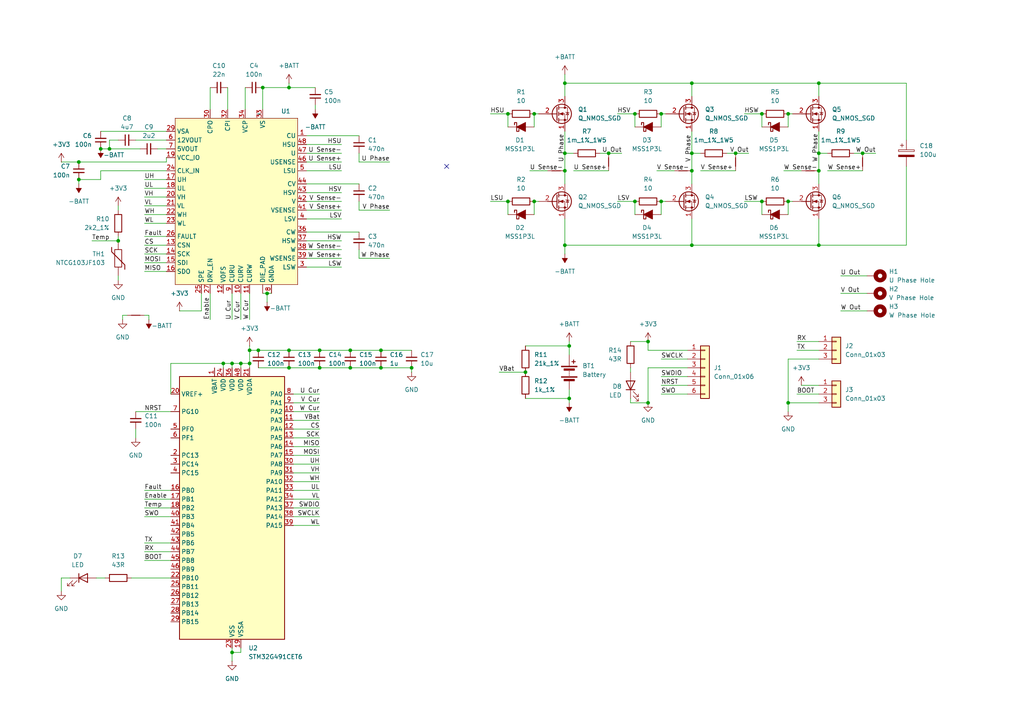
<source format=kicad_sch>
(kicad_sch (version 20231120) (generator "eeschema") (generator_version "8.0")
  (paper "A4")
  (junction (at 110.49 106.68))
  (junction (at 74.93 101.6))
  (junction (at 64.77 105.41))
  (junction (at 228.6 33.02))
  (junction (at 92.71 106.68))
  (junction (at 213.36 44.45))
  (junction (at 67.31 105.41))
  (junction (at 22.86 46.99))
  (junction (at 176.53 44.45))
  (junction (at 184.15 58.42))
  (junction (at 187.96 99.06))
  (junction (at 77.47 85.09))
  (junction (at 191.77 58.42))
  (junction (at 101.6 106.68))
  (junction (at 147.32 58.42))
  (junction (at 184.15 33.02))
  (junction (at 110.49 101.6))
  (junction (at 163.83 44.45))
  (junction (at 147.32 33.02))
  (junction (at 34.29 69.85))
  (junction (at 92.71 101.6))
  (junction (at 228.6 116.84))
  (junction (at 220.98 58.42))
  (junction (at 165.1 115.57))
  (junction (at 31.75 43.18))
  (junction (at 72.39 105.41))
  (junction (at 67.31 189.23))
  (junction (at 237.49 49.53))
  (junction (at 163.83 71.12))
  (junction (at 154.94 58.42))
  (junction (at 200.66 49.53))
  (junction (at 200.66 24.13))
  (junction (at 237.49 71.12))
  (junction (at 250.19 44.45))
  (junction (at 22.86 52.07))
  (junction (at 69.85 105.41))
  (junction (at 165.1 100.33))
  (junction (at 119.38 106.68))
  (junction (at 83.82 106.68))
  (junction (at 83.82 25.4))
  (junction (at 101.6 101.6))
  (junction (at 163.83 49.53))
  (junction (at 237.49 44.45))
  (junction (at 29.21 43.18))
  (junction (at 83.82 101.6))
  (junction (at 152.4 107.95))
  (junction (at 72.39 101.6))
  (junction (at 200.66 71.12))
  (junction (at 228.6 58.42))
  (junction (at 76.2 25.4))
  (junction (at 163.83 24.13))
  (junction (at 187.96 116.84))
  (junction (at 154.94 33.02))
  (junction (at 220.98 33.02))
  (junction (at 237.49 24.13))
  (junction (at 191.77 33.02))
  (junction (at 200.66 44.45))
  (no_connect (at 129.54 48.26))
  (wire (pts (xy 182.88 116.84) (xy 182.88 115.57)))
  (wire (pts (xy 76.2 25.4) (xy 83.82 25.4)))
  (wire (pts (xy 85.09 144.78) (xy 92.71 144.78)))
  (wire (pts (xy 77.47 85.09) (xy 77.47 87.63)))
  (wire (pts (xy 41.91 149.86) (xy 49.53 149.86)))
  (wire (pts (xy 31.75 43.18) (xy 40.64 43.18)))
  (wire (pts (xy 85.09 127) (xy 92.71 127)))
  (wire (pts (xy 83.82 106.68) (xy 92.71 106.68)))
  (wire (pts (xy 88.9 67.31) (xy 104.14 67.31)))
  (wire (pts (xy 69.85 85.09) (xy 69.85 92.71)))
  (wire (pts (xy 41.91 68.58) (xy 48.26 68.58)))
  (wire (pts (xy 72.39 101.6) (xy 72.39 100.33)))
  (wire (pts (xy 165.1 113.03) (xy 165.1 115.57)))
  (wire (pts (xy 83.82 24.13) (xy 83.82 25.4)))
  (wire (pts (xy 240.03 49.53) (xy 250.19 49.53)))
  (wire (pts (xy 85.09 129.54) (xy 92.71 129.54)))
  (wire (pts (xy 237.49 44.45) (xy 240.03 44.45)))
  (wire (pts (xy 34.29 80.01) (xy 34.29 81.28)))
  (wire (pts (xy 29.21 38.1) (xy 48.26 38.1)))
  (wire (pts (xy 41.91 157.48) (xy 49.53 157.48)))
  (wire (pts (xy 85.09 139.7) (xy 92.71 139.7)))
  (wire (pts (xy 163.83 38.1) (xy 163.83 44.45)))
  (wire (pts (xy 22.86 46.99) (xy 48.26 46.99)))
  (wire (pts (xy 85.09 119.38) (xy 92.71 119.38)))
  (wire (pts (xy 165.1 115.57) (xy 165.1 116.84)))
  (wire (pts (xy 182.88 116.84) (xy 187.96 116.84)))
  (wire (pts (xy 163.83 21.59) (xy 163.83 24.13)))
  (wire (pts (xy 220.98 58.42) (xy 220.98 62.23)))
  (wire (pts (xy 69.85 187.96) (xy 69.85 189.23)))
  (wire (pts (xy 104.14 46.99) (xy 104.14 44.45)))
  (wire (pts (xy 67.31 189.23) (xy 67.31 191.77)))
  (wire (pts (xy 163.83 71.12) (xy 200.66 71.12)))
  (wire (pts (xy 49.53 105.41) (xy 64.77 105.41)))
  (wire (pts (xy 64.77 105.41) (xy 64.77 106.68)))
  (wire (pts (xy 191.77 114.3) (xy 199.39 114.3)))
  (wire (pts (xy 72.39 105.41) (xy 69.85 105.41)))
  (wire (pts (xy 228.6 58.42) (xy 229.87 58.42)))
  (wire (pts (xy 17.78 167.64) (xy 20.32 167.64)))
  (wire (pts (xy 237.49 44.45) (xy 237.49 49.53)))
  (wire (pts (xy 228.6 104.14) (xy 237.49 104.14)))
  (wire (pts (xy 200.66 24.13) (xy 200.66 27.94)))
  (wire (pts (xy 237.49 49.53) (xy 237.49 53.34)))
  (wire (pts (xy 200.66 71.12) (xy 237.49 71.12)))
  (wire (pts (xy 262.89 48.26) (xy 262.89 71.12)))
  (wire (pts (xy 173.99 44.45) (xy 176.53 44.45)))
  (wire (pts (xy 41.91 91.44) (xy 43.18 91.44)))
  (wire (pts (xy 191.77 33.02) (xy 191.77 36.83)))
  (wire (pts (xy 179.07 58.42) (xy 184.15 58.42)))
  (wire (pts (xy 200.66 44.45) (xy 200.66 49.53)))
  (wire (pts (xy 85.09 124.46) (xy 92.71 124.46)))
  (wire (pts (xy 58.42 90.17) (xy 52.07 90.17)))
  (wire (pts (xy 228.6 33.02) (xy 228.6 36.83)))
  (wire (pts (xy 91.44 30.48) (xy 91.44 31.75)))
  (wire (pts (xy 88.9 53.34) (xy 104.14 53.34)))
  (wire (pts (xy 200.66 44.45) (xy 203.2 44.45)))
  (wire (pts (xy 184.15 33.02) (xy 184.15 36.83)))
  (wire (pts (xy 41.91 78.74) (xy 48.26 78.74)))
  (wire (pts (xy 76.2 85.09) (xy 77.47 85.09)))
  (wire (pts (xy 200.66 24.13) (xy 237.49 24.13)))
  (wire (pts (xy 43.18 91.44) (xy 43.18 92.71)))
  (wire (pts (xy 74.93 101.6) (xy 83.82 101.6)))
  (wire (pts (xy 60.96 25.4) (xy 60.96 31.75)))
  (wire (pts (xy 41.91 54.61) (xy 48.26 54.61)))
  (wire (pts (xy 92.71 101.6) (xy 101.6 101.6)))
  (wire (pts (xy 60.96 85.09) (xy 60.96 92.71)))
  (wire (pts (xy 250.19 44.45) (xy 247.65 44.45)))
  (wire (pts (xy 200.66 49.53) (xy 200.66 53.34)))
  (wire (pts (xy 17.78 171.45) (xy 17.78 167.64)))
  (wire (pts (xy 88.9 77.47) (xy 99.06 77.47)))
  (wire (pts (xy 203.2 49.53) (xy 213.36 49.53)))
  (wire (pts (xy 190.5 49.53) (xy 195.58 49.53)))
  (wire (pts (xy 187.96 99.06) (xy 187.96 101.6)))
  (wire (pts (xy 22.86 53.34) (xy 22.86 52.07)))
  (wire (pts (xy 243.84 85.09) (xy 251.46 85.09)))
  (wire (pts (xy 228.6 116.84) (xy 228.6 104.14)))
  (wire (pts (xy 92.71 106.68) (xy 101.6 106.68)))
  (wire (pts (xy 29.21 43.18) (xy 31.75 43.18)))
  (wire (pts (xy 113.03 46.99) (xy 104.14 46.99)))
  (wire (pts (xy 34.29 69.85) (xy 34.29 68.58)))
  (wire (pts (xy 67.31 105.41) (xy 67.31 106.68)))
  (wire (pts (xy 41.91 52.07) (xy 48.26 52.07)))
  (wire (pts (xy 41.91 71.12) (xy 48.26 71.12)))
  (wire (pts (xy 163.83 71.12) (xy 163.83 73.66)))
  (wire (pts (xy 74.93 106.68) (xy 83.82 106.68)))
  (wire (pts (xy 41.91 142.24) (xy 49.53 142.24)))
  (wire (pts (xy 41.91 59.69) (xy 48.26 59.69)))
  (wire (pts (xy 147.32 58.42) (xy 147.32 62.23)))
  (wire (pts (xy 237.49 71.12) (xy 237.49 63.5)))
  (wire (pts (xy 262.89 40.64) (xy 262.89 24.13)))
  (wire (pts (xy 262.89 71.12) (xy 237.49 71.12)))
  (wire (pts (xy 71.12 25.4) (xy 71.12 31.75)))
  (wire (pts (xy 85.09 114.3) (xy 92.71 114.3)))
  (wire (pts (xy 67.31 85.09) (xy 67.31 92.71)))
  (wire (pts (xy 104.14 58.42) (xy 104.14 60.96)))
  (wire (pts (xy 72.39 105.41) (xy 72.39 106.68)))
  (wire (pts (xy 41.91 76.2) (xy 48.26 76.2)))
  (wire (pts (xy 88.9 49.53) (xy 99.06 49.53)))
  (wire (pts (xy 153.67 49.53) (xy 158.75 49.53)))
  (wire (pts (xy 41.91 62.23) (xy 48.26 62.23)))
  (wire (pts (xy 39.37 124.46) (xy 39.37 127)))
  (wire (pts (xy 215.9 33.02) (xy 220.98 33.02)))
  (wire (pts (xy 39.37 40.64) (xy 48.26 40.64)))
  (wire (pts (xy 165.1 100.33) (xy 165.1 102.87)))
  (wire (pts (xy 85.09 147.32) (xy 92.71 147.32)))
  (wire (pts (xy 243.84 90.17) (xy 251.46 90.17)))
  (wire (pts (xy 88.9 69.85) (xy 99.06 69.85)))
  (wire (pts (xy 104.14 74.93) (xy 113.03 74.93)))
  (wire (pts (xy 88.9 46.99) (xy 99.06 46.99)))
  (wire (pts (xy 187.96 106.68) (xy 199.39 106.68)))
  (wire (pts (xy 104.14 72.39) (xy 104.14 74.93)))
  (wire (pts (xy 182.88 99.06) (xy 187.96 99.06)))
  (wire (pts (xy 110.49 101.6) (xy 119.38 101.6)))
  (wire (pts (xy 144.78 107.95) (xy 152.4 107.95)))
  (wire (pts (xy 26.67 69.85) (xy 34.29 69.85)))
  (wire (pts (xy 38.1 167.64) (xy 49.53 167.64)))
  (wire (pts (xy 41.91 160.02) (xy 49.53 160.02)))
  (wire (pts (xy 88.9 74.93) (xy 99.06 74.93)))
  (wire (pts (xy 110.49 106.68) (xy 119.38 106.68)))
  (wire (pts (xy 262.89 24.13) (xy 237.49 24.13)))
  (wire (pts (xy 72.39 85.09) (xy 72.39 92.71)))
  (wire (pts (xy 231.14 114.3) (xy 237.49 114.3)))
  (wire (pts (xy 215.9 58.42) (xy 220.98 58.42)))
  (wire (pts (xy 88.9 58.42) (xy 99.06 58.42)))
  (wire (pts (xy 227.33 49.53) (xy 232.41 49.53)))
  (wire (pts (xy 72.39 101.6) (xy 72.39 105.41)))
  (wire (pts (xy 231.14 101.6) (xy 237.49 101.6)))
  (wire (pts (xy 165.1 99.06) (xy 165.1 100.33)))
  (wire (pts (xy 66.04 25.4) (xy 66.04 31.75)))
  (wire (pts (xy 85.09 149.86) (xy 92.71 149.86)))
  (wire (pts (xy 228.6 58.42) (xy 228.6 62.23)))
  (wire (pts (xy 191.77 104.14) (xy 199.39 104.14)))
  (wire (pts (xy 101.6 101.6) (xy 110.49 101.6)))
  (wire (pts (xy 152.4 115.57) (xy 165.1 115.57)))
  (wire (pts (xy 163.83 27.94) (xy 163.83 24.13)))
  (wire (pts (xy 72.39 101.6) (xy 74.93 101.6)))
  (wire (pts (xy 85.09 132.08) (xy 92.71 132.08)))
  (wire (pts (xy 191.77 109.22) (xy 199.39 109.22)))
  (wire (pts (xy 39.37 119.38) (xy 49.53 119.38)))
  (wire (pts (xy 163.83 24.13) (xy 200.66 24.13)))
  (wire (pts (xy 41.91 57.15) (xy 48.26 57.15)))
  (wire (pts (xy 220.98 33.02) (xy 220.98 36.83)))
  (wire (pts (xy 48.26 49.53) (xy 29.21 49.53)))
  (wire (pts (xy 67.31 187.96) (xy 67.31 189.23)))
  (wire (pts (xy 29.21 52.07) (xy 22.86 52.07)))
  (wire (pts (xy 152.4 100.33) (xy 165.1 100.33)))
  (wire (pts (xy 243.84 80.01) (xy 251.46 80.01)))
  (wire (pts (xy 49.53 114.3) (xy 49.53 105.41)))
  (wire (pts (xy 104.14 60.96) (xy 113.03 60.96)))
  (wire (pts (xy 17.78 46.99) (xy 22.86 46.99)))
  (wire (pts (xy 67.31 105.41) (xy 64.77 105.41)))
  (wire (pts (xy 29.21 49.53) (xy 29.21 52.07)))
  (wire (pts (xy 85.09 152.4) (xy 92.71 152.4)))
  (wire (pts (xy 48.26 46.99) (xy 48.26 45.72)))
  (wire (pts (xy 41.91 147.32) (xy 49.53 147.32)))
  (wire (pts (xy 187.96 116.84) (xy 187.96 106.68)))
  (wire (pts (xy 83.82 101.6) (xy 92.71 101.6)))
  (wire (pts (xy 85.09 121.92) (xy 92.71 121.92)))
  (wire (pts (xy 85.09 116.84) (xy 92.71 116.84)))
  (wire (pts (xy 200.66 63.5) (xy 200.66 71.12)))
  (wire (pts (xy 237.49 24.13) (xy 237.49 27.94)))
  (wire (pts (xy 154.94 58.42) (xy 156.21 58.42)))
  (wire (pts (xy 41.91 64.77) (xy 48.26 64.77)))
  (wire (pts (xy 77.47 85.09) (xy 78.74 85.09)))
  (wire (pts (xy 231.14 99.06) (xy 237.49 99.06)))
  (wire (pts (xy 154.94 33.02) (xy 156.21 33.02)))
  (wire (pts (xy 163.83 63.5) (xy 163.83 71.12)))
  (wire (pts (xy 85.09 134.62) (xy 92.71 134.62)))
  (wire (pts (xy 154.94 33.02) (xy 154.94 36.83)))
  (wire (pts (xy 191.77 58.42) (xy 191.77 62.23)))
  (wire (pts (xy 213.36 44.45) (xy 217.17 44.45)))
  (wire (pts (xy 228.6 33.02) (xy 229.87 33.02)))
  (wire (pts (xy 85.09 142.24) (xy 92.71 142.24)))
  (wire (pts (xy 147.32 33.02) (xy 147.32 36.83)))
  (wire (pts (xy 154.94 58.42) (xy 154.94 62.23)))
  (wire (pts (xy 88.9 55.88) (xy 99.06 55.88)))
  (wire (pts (xy 41.91 144.78) (xy 49.53 144.78)))
  (wire (pts (xy 88.9 39.37) (xy 104.14 39.37)))
  (wire (pts (xy 187.96 101.6) (xy 199.39 101.6)))
  (wire (pts (xy 76.2 25.4) (xy 76.2 31.75)))
  (wire (pts (xy 237.49 38.1) (xy 237.49 44.45)))
  (wire (pts (xy 191.77 111.76) (xy 199.39 111.76)))
  (wire (pts (xy 228.6 116.84) (xy 237.49 116.84)))
  (wire (pts (xy 232.41 111.76) (xy 237.49 111.76)))
  (wire (pts (xy 166.37 49.53) (xy 176.53 49.53)))
  (wire (pts (xy 228.6 119.38) (xy 228.6 116.84)))
  (wire (pts (xy 58.42 85.09) (xy 58.42 90.17)))
  (wire (pts (xy 88.9 44.45) (xy 99.06 44.45)))
  (wire (pts (xy 101.6 106.68) (xy 110.49 106.68)))
  (wire (pts (xy 85.09 137.16) (xy 92.71 137.16)))
  (wire (pts (xy 176.53 44.45) (xy 180.34 44.45)))
  (wire (pts (xy 163.83 44.45) (xy 166.37 44.45)))
  (wire (pts (xy 27.94 167.64) (xy 30.48 167.64)))
  (wire (pts (xy 69.85 189.23) (xy 67.31 189.23)))
  (wire (pts (xy 34.29 40.64) (xy 31.75 40.64)))
  (wire (pts (xy 179.07 33.02) (xy 184.15 33.02)))
  (wire (pts (xy 41.91 73.66) (xy 48.26 73.66)))
  (wire (pts (xy 35.56 91.44) (xy 36.83 91.44)))
  (wire (pts (xy 191.77 33.02) (xy 193.04 33.02)))
  (wire (pts (xy 69.85 105.41) (xy 67.31 105.41)))
  (wire (pts (xy 88.9 72.39) (xy 99.06 72.39)))
  (wire (pts (xy 41.91 162.56) (xy 49.53 162.56)))
  (wire (pts (xy 88.9 60.96) (xy 99.06 60.96)))
  (wire (pts (xy 35.56 92.71) (xy 35.56 91.44)))
  (wire (pts (xy 31.75 40.64) (xy 31.75 43.18)))
  (wire (pts (xy 184.15 58.42) (xy 184.15 62.23)))
  (wire (pts (xy 88.9 63.5) (xy 99.06 63.5)))
  (wire (pts (xy 119.38 107.95) (xy 119.38 106.68)))
  (wire (pts (xy 88.9 41.91) (xy 99.06 41.91)))
  (wire (pts (xy 163.83 44.45) (xy 163.83 49.53)))
  (wire (pts (xy 45.72 43.18) (xy 48.26 43.18)))
  (wire (pts (xy 142.24 33.02) (xy 147.32 33.02)))
  (wire (pts (xy 142.24 58.42) (xy 147.32 58.42)))
  (wire (pts (xy 34.29 59.69) (xy 34.29 60.96)))
  (wire (pts (xy 250.19 44.45) (xy 254 44.45)))
  (wire (pts (xy 163.83 49.53) (xy 163.83 53.34)))
  (wire (pts (xy 182.88 106.68) (xy 182.88 107.95)))
  (wire (pts (xy 210.82 44.45) (xy 213.36 44.45)))
  (wire (pts (xy 69.85 105.41) (xy 69.85 106.68)))
  (wire (pts (xy 200.66 38.1) (xy 200.66 44.45)))
  (wire (pts (xy 83.82 25.4) (xy 91.44 25.4)))
  (wire (pts (xy 191.77 58.42) (xy 193.04 58.42)))
  (label "TX" (at 231.14 101.6 0))
  (label "TX" (at 41.91 157.48 0))
  (label "Fault" (at 41.91 142.24 0))
  (label "VBat" (at 144.78 107.95 0))
  (label "LSV" (at 99.06 63.5 180))
  (label "Enable" (at 60.96 92.71 90))
  (label "V Sense+" (at 99.06 60.96 180))
  (label "U Out" (at 243.84 80.01 0))
  (label "VH" (at 92.71 137.16 180))
  (label "HSU" (at 142.24 33.02 0))
  (label "V Sense-" (at 190.5 49.53 0))
  (label "SWDIO" (at 92.71 147.32 180))
  (label "V Sense+" (at 203.2 49.53 0))
  (label "SWO" (at 41.91 149.86 0))
  (label "HSW" (at 99.06 69.85 180))
  (label "UL" (at 41.91 54.61 0))
  (label "CS" (at 41.91 71.12 0))
  (label "U Sense-" (at 99.06 44.45 180))
  (label "Temp" (at 41.91 147.32 0))
  (label "RX" (at 231.14 99.06 0))
  (label "LSU" (at 142.24 58.42 0))
  (label "V Out" (at 217.17 44.45 180))
  (label "SWO" (at 191.77 114.3 0))
  (label "UH" (at 92.71 134.62 180))
  (label "WH" (at 41.91 62.23 0))
  (label "HSW" (at 215.9 33.02 0))
  (label "WL" (at 92.71 152.4 180))
  (label "VL" (at 41.91 59.69 0))
  (label "HSV" (at 99.06 55.88 180))
  (label "U Phase" (at 113.03 46.99 180))
  (label "LSW" (at 99.06 77.47 180))
  (label "SWCLK" (at 92.71 149.86 180))
  (label "V Phase" (at 200.66 46.99 90))
  (label "VBat" (at 92.71 121.92 180))
  (label "W Out" (at 254 44.45 180))
  (label "Enable" (at 41.91 144.78 0))
  (label "WL" (at 41.91 64.77 0))
  (label "V Out" (at 243.84 85.09 0))
  (label "UL" (at 92.71 142.24 180))
  (label "Temp" (at 26.67 69.85 0))
  (label "W Phase" (at 237.49 46.99 90))
  (label "BOOT" (at 231.14 114.3 0))
  (label "W Sense+" (at 240.03 49.53 0))
  (label "W Out" (at 243.84 90.17 0))
  (label "UH" (at 41.91 52.07 0))
  (label "RX" (at 41.91 160.02 0))
  (label "W Sense-" (at 99.06 72.39 180))
  (label "U Sense-" (at 153.67 49.53 0))
  (label "LSU" (at 99.06 49.53 180))
  (label "U Out" (at 180.34 44.45 180))
  (label "NRST" (at 41.91 119.38 0))
  (label "WH" (at 92.71 139.7 180))
  (label "LSV" (at 179.07 58.42 0))
  (label "SCK" (at 92.71 127 180))
  (label "MISO" (at 92.71 129.54 180))
  (label "VH" (at 41.91 57.15 0))
  (label "SWDIO" (at 191.77 109.22 0))
  (label "V Cur" (at 69.85 92.71 90))
  (label "W Sense+" (at 99.06 74.93 180))
  (label "U Phase" (at 163.83 46.99 90))
  (label "U Sense+" (at 99.06 46.99 180))
  (label "U Cur" (at 92.71 114.3 180))
  (label "SCK" (at 41.91 73.66 0))
  (label "HSV" (at 179.07 33.02 0))
  (label "BOOT" (at 41.91 162.56 0))
  (label "V Cur" (at 92.71 116.84 180))
  (label "NRST" (at 191.77 111.76 0))
  (label "SWCLK" (at 191.77 104.14 0))
  (label "VL" (at 92.71 144.78 180))
  (label "W Cur" (at 72.39 92.71 90))
  (label "Fault" (at 41.91 68.58 0))
  (label "U Sense+" (at 166.37 49.53 0))
  (label "V Phase" (at 113.03 60.96 180))
  (label "LSW" (at 215.9 58.42 0))
  (label "MISO" (at 41.91 78.74 0))
  (label "W Cur" (at 92.71 119.38 180))
  (label "MOSI" (at 92.71 132.08 180))
  (label "W Phase" (at 113.03 74.93 180))
  (label "CS" (at 92.71 124.46 180))
  (label "MOSI" (at 41.91 76.2 0))
  (label "V Sense-" (at 99.06 58.42 180))
  (label "U Cur" (at 67.31 92.71 90))
  (label "W Sense-" (at 227.33 49.53 0))
  (label "HSU" (at 99.06 41.91 180))
  (symbol (lib_id "power:+BATT") (at 83.82 24.13 0) (unit 1)
    (property "Reference" "#PWR3" (effects (hide yes)))
    (property "Value" "+BATT" (at 83.82 19.05 0))
    (property "Description" "Power symbol creates a global label with name \"+BATT\"" (effects (hide yes)))
  )
  (symbol (lib_id "power:+3V3") (at 52.07 90.17 0) (unit 1)
    (property "Reference" "#PWR8" (effects (hide yes)))
    (property "Value" "+3V3" (at 52.07 85.09 0))
    (property "Description" "Power symbol creates a global label with name \"+3V3\"" (effects (hide yes)))
  )
  (symbol (lib_id "Device:C_Polarized") (at 262.89 44.45 0) (unit 1)
    (property "Reference" "C18" (at 266.7 42.2909 0) (effects (justify left)))
    (property "Value" "100u" (at 266.7 44.8309 0) (effects (justify left)))
    (property "Footprint" "Capacitor_SMD:CP_Elec_10x10" (effects (hide yes)))
    (property "Description" "Polarized capacitor" (effects (hide yes)))
  )
  (symbol (lib_id "Device:C_Small") (at 83.82 104.14 0) (unit 1)
    (property "Reference" "C13" (at 86.36 102.8762 0) (effects (justify left)))
    (property "Value" "100n" (at 86.36 105.4162 0) (effects (justify left)))
    (property "Footprint" "Capacitor_SMD:C_0402_1005Metric_Pad0.74x0.62mm_HandSolder" (effects (hide yes)))
    (property "Description" "Unpolarized capacitor, small symbol" (effects (hide yes)))
  )
  (symbol (lib_id "Device:R") (at 152.4 104.14 0) (unit 1)
    (property "Reference" "R11" (at 154.94 102.8699 0) (effects (justify left)))
    (property "Value" "21k_1%" (at 154.94 105.4099 0) (effects (justify left)))
    (property "Footprint" "Resistor_SMD:R_0402_1005Metric_Pad0.72x0.64mm_HandSolder" (effects (hide yes)))
    (property "Description" "Resistor" (effects (hide yes)))
  )
  (symbol (lib_id "power:GND") (at 17.78 171.45 0) (unit 1)
    (property "Reference" "#PWR24" (effects (hide yes)))
    (property "Value" "GND" (at 17.78 176.53 0))
    (property "Description" "Power symbol creates a global label with name \"GND\" , ground" (effects (hide yes)))
  )
  (symbol (lib_id "Device:R") (at 187.96 58.42 90) (unit 1)
    (property "Reference" "R4" (at 187.96 52.07 90))
    (property "Value" "10" (at 187.96 54.61 90))
    (property "Footprint" "Resistor_SMD:R_0402_1005Metric_Pad0.72x0.64mm_HandSolder" (effects (hide yes)))
    (property "Description" "Resistor" (effects (hide yes)))
  )
  (symbol (lib_id "Device:C_Small") (at 29.21 40.64 180) (unit 1)
    (property "Reference" "C6" (at 26.67 39.3635 0) (effects (justify left)))
    (property "Value" "100n" (at 26.67 41.9035 0) (effects (justify left)))
    (property "Footprint" "Capacitor_SMD:C_0805_2012Metric_Pad1.18x1.45mm_HandSolder" (effects (hide yes)))
    (property "Description" "Unpolarized capacitor, small symbol" (effects (hide yes)))
  )
  (symbol (lib_id "power:+3V3") (at 17.78 46.99 0) (unit 1)
    (property "Reference" "#PWR7" (effects (hide yes)))
    (property "Value" "+3V3" (at 17.78 41.91 0))
    (property "Description" "Power symbol creates a global label with name \"+3V3\"" (effects (hide yes)))
  )
  (symbol (lib_id "Device:NetTie_2") (at 198.12 49.53 180) (unit 1) (in_bom no)
    (property "Reference" "NT3" (effects (hide yes)))
    (property "Value" "NetTie_2" (effects (hide yes)))
    (property "Footprint" "NetTie:NetTie-2_SMD_Pad0.5mm" (effects (hide yes)))
    (property "Description" "Net tie, 2 pins" (effects (hide yes)))
  )
  (symbol (lib_id "Device:C_Small") (at 22.86 49.53 0) (unit 1)
    (property "Reference" "C7" (at 20.32 48.2662 0) (effects (justify right)))
    (property "Value" "100n" (at 20.32 50.8062 0) (effects (justify right)))
    (property "Footprint" "Capacitor_SMD:C_0402_1005Metric_Pad0.74x0.62mm_HandSolder" (effects (hide yes)))
    (property "Description" "Unpolarized capacitor, small symbol" (effects (hide yes)))
  )
  (symbol (lib_id "Device:R") (at 207.01 44.45 90) (unit 1)
    (property "Reference" "R8" (at 207.01 38.1 90))
    (property "Value" "1m_1%_1W5" (at 207.01 40.64 90))
    (property "Footprint" "Resistor_SMD:R_2010_5025Metric_Pad1.40x2.65mm_HandSolder" (effects (hide yes)))
    (property "Description" "Resistor" (effects (hide yes)))
  )
  (symbol (lib_id "Device:C_Small") (at 36.83 40.64 90) (unit 1)
    (property "Reference" "C8" (at 36.8363 34.29 90))
    (property "Value" "4u7" (at 36.8363 36.83 90))
    (property "Footprint" "Capacitor_SMD:C_0603_1608Metric_Pad1.08x0.95mm_HandSolder" (effects (hide yes)))
    (property "Description" "Unpolarized capacitor, small symbol" (effects (hide yes)))
  )
  (symbol (lib_id "power:-BATT") (at 22.86 53.34 180) (unit 1)
    (property "Reference" "#PWR9" (effects (hide yes)))
    (property "Value" "-BATT" (at 22.86 58.42 0))
    (property "Description" "Power symbol creates a global label with name \"-BATT\"" (effects (hide yes)))
  )
  (symbol (lib_id "Device:Q_NMOS_SGD") (at 198.12 33.02 0) (unit 1)
    (property "Reference" "Q3" (at 204.47 31.7499 0) (effects (justify left)))
    (property "Value" "Q_NMOS_SGD" (at 204.47 34.2899 0) (effects (justify left)))
    (property "Footprint" "Brushless ESC:2-5Q1S" (effects (hide yes)))
    (property "Description" "N-MOSFET transistor, source/gate/drain" (effects (hide yes)))
  )
  (symbol (lib_id "Device:NetTie_2") (at 161.29 49.53 180) (unit 1) (in_bom no)
    (property "Reference" "NT1" (effects (hide yes)))
    (property "Value" "NetTie_2" (effects (hide yes)))
    (property "Footprint" "NetTie:NetTie-2_SMD_Pad0.5mm" (effects (hide yes)))
    (property "Description" "Net tie, 2 pins" (effects (hide yes)))
  )
  (symbol (lib_id "power:GND") (at 34.29 81.28 0) (unit 1)
    (property "Reference" "#PWR23" (effects (hide yes)))
    (property "Value" "GND" (at 34.29 86.36 0))
    (property "Description" "Power symbol creates a global label with name \"GND\" , ground" (effects (hide yes)))
  )
  (symbol (lib_id "Device:C_Small") (at 104.14 55.88 0) (unit 1)
    (property "Reference" "C2" (at 106.68 54.6162 0) (effects (justify left)))
    (property "Value" "470n" (at 106.68 57.1562 0) (effects (justify left)))
    (property "Footprint" "Capacitor_SMD:C_0402_1005Metric_Pad0.74x0.62mm_HandSolder" (effects (hide yes)))
    (property "Description" "Unpolarized capacitor, small symbol" (effects (hide yes)))
  )
  (symbol (lib_id "Device:R") (at 187.96 33.02 90) (unit 1)
    (property "Reference" "R3" (at 187.96 26.67 90))
    (property "Value" "10" (at 187.96 29.21 90))
    (property "Footprint" "Resistor_SMD:R_0402_1005Metric_Pad0.72x0.64mm_HandSolder" (effects (hide yes)))
    (property "Description" "Resistor" (effects (hide yes)))
  )
  (symbol (lib_id "power:GND") (at 35.56 92.71 0) (unit 1)
    (property "Reference" "#PWR11" (effects (hide yes)))
    (property "Value" "GND" (at 35.56 97.79 0))
    (property "Description" "Power symbol creates a global label with name \"GND\" , ground" (effects (hide yes)))
  )
  (symbol (lib_id "Brushless ESC:TMC6200") (at 68.58 58.42 0) (unit 1)
    (property "Reference" "U1" (at 81.534 32.258 0) (effects (justify left)))
    (property "Value" "~" (at 74.5841 33.02 0) (effects (justify left)))
    (property "Footprint" "Package_QFP:TQFP-48-1EP_7x7mm_P0.5mm_EP5x5mm" (effects (hide yes)))
  )
  (symbol (lib_id "Device:NetTie_2") (at 39.37 91.44 0) (unit 1) (in_bom no)
    (property "Reference" "NT7" (effects (hide yes)))
    (property "Value" "NetTie_2" (effects (hide yes)))
    (property "Footprint" "NetTie:NetTie-2_THT_Pad0.3mm" (effects (hide yes)))
    (property "Description" "Net tie, 2 pins" (effects (hide yes)))
  )
  (symbol (lib_id "power:-BATT") (at 29.21 43.18 180) (unit 1)
    (property "Reference" "#PWR4" (effects (hide yes)))
    (property "Value" "-BATT" (at 33.02 44.958 0))
    (property "Description" "Power symbol creates a global label with name \"-BATT\"" (effects (hide yes)))
  )
  (symbol (lib_id "Device:R") (at 170.18 44.45 90) (unit 1)
    (property "Reference" "R7" (at 170.18 38.1 90))
    (property "Value" "1m_1%_1W5" (at 170.18 40.64 90))
    (property "Footprint" "Resistor_SMD:R_2010_5025Metric_Pad1.40x2.65mm_HandSolder" (effects (hide yes)))
    (property "Description" "Resistor" (effects (hide yes)))
  )
  (symbol (lib_id "Device:C_Small") (at 74.93 104.14 0) (unit 1)
    (property "Reference" "C12" (at 77.47 102.8762 0) (effects (justify left)))
    (property "Value" "100n" (at 77.47 105.4162 0) (effects (justify left)))
    (property "Footprint" "Capacitor_SMD:C_0402_1005Metric_Pad0.74x0.62mm_HandSolder" (effects (hide yes)))
    (property "Description" "Unpolarized capacitor, small symbol" (effects (hide yes)))
  )
  (symbol (lib_id "power:-BATT") (at 165.1 116.84 180) (unit 1)
    (property "Reference" "#PWR14" (effects (hide yes)))
    (property "Value" "-BATT" (at 165.1 121.92 0))
    (property "Description" "Power symbol creates a global label with name \"-BATT\"" (effects (hide yes)))
  )
  (symbol (lib_id "Device:R") (at 224.79 33.02 90) (unit 1)
    (property "Reference" "R5" (at 224.79 26.67 90))
    (property "Value" "10" (at 224.79 29.21 90))
    (property "Footprint" "Resistor_SMD:R_0402_1005Metric_Pad0.72x0.64mm_HandSolder" (effects (hide yes)))
    (property "Description" "Resistor" (effects (hide yes)))
  )
  (symbol (lib_id "power:-BATT") (at 77.47 87.63 180) (unit 1)
    (property "Reference" "#PWR5" (effects (hide yes)))
    (property "Value" "-BATT" (at 81.28 89.408 0))
    (property "Description" "Power symbol creates a global label with name \"-BATT\"" (effects (hide yes)))
  )
  (symbol (lib_id "power:GND") (at 187.96 116.84 0) (unit 1)
    (property "Reference" "#PWR19" (effects (hide yes)))
    (property "Value" "GND" (at 187.96 121.92 0))
    (property "Description" "Power symbol creates a global label with name \"GND\" , ground" (effects (hide yes)))
  )
  (symbol (lib_id "Device:C_Small") (at 119.38 104.14 0) (unit 1)
    (property "Reference" "C17" (at 121.92 102.8762 0) (effects (justify left)))
    (property "Value" "10u" (at 121.92 105.4162 0) (effects (justify left)))
    (property "Footprint" "Capacitor_SMD:C_0402_1005Metric_Pad0.74x0.62mm_HandSolder" (effects (hide yes)))
    (property "Description" "Unpolarized capacitor, small symbol" (effects (hide yes)))
  )
  (symbol (lib_id "Device:R") (at 152.4 111.76 0) (unit 1)
    (property "Reference" "R12" (at 154.94 110.4899 0) (effects (justify left)))
    (property "Value" "1k_1%" (at 154.94 113.0299 0) (effects (justify left)))
    (property "Footprint" "Resistor_SMD:R_0402_1005Metric_Pad0.72x0.64mm_HandSolder" (effects (hide yes)))
    (property "Description" "Resistor" (effects (hide yes)))
  )
  (symbol (lib_id "Device:NetTie_2") (at 176.53 46.99 90) (unit 1) (in_bom no)
    (property "Reference" "NT2" (effects (hide yes)))
    (property "Value" "NetTie_2" (effects (hide yes)))
    (property "Footprint" "NetTie:NetTie-2_SMD_Pad0.5mm" (effects (hide yes)))
    (property "Description" "Net tie, 2 pins" (effects (hide yes)))
  )
  (symbol (lib_id "Device:NetTie_2") (at 213.36 46.99 90) (unit 1) (in_bom no)
    (property "Reference" "NT4" (effects (hide yes)))
    (property "Value" "NetTie_2" (effects (hide yes)))
    (property "Footprint" "NetTie:NetTie-2_SMD_Pad0.5mm" (effects (hide yes)))
    (property "Description" "Net tie, 2 pins" (effects (hide yes)))
  )
  (symbol (lib_id "Device:NetTie_2") (at 234.95 49.53 180) (unit 1) (in_bom no)
    (property "Reference" "NT5" (effects (hide yes)))
    (property "Value" "NetTie_2" (effects (hide yes)))
    (property "Footprint" "NetTie:NetTie-2_SMD_Pad0.5mm" (effects (hide yes)))
    (property "Description" "Net tie, 2 pins" (effects (hide yes)))
  )
  (symbol (lib_id "Device:Q_NMOS_SGD") (at 234.95 33.02 0) (unit 1)
    (property "Reference" "Q5" (at 241.3 31.7499 0) (effects (justify left)))
    (property "Value" "Q_NMOS_SGD" (at 241.3 34.2899 0) (effects (justify left)))
    (property "Footprint" "Brushless ESC:2-5Q1S" (effects (hide yes)))
    (property "Description" "N-MOSFET transistor, source/gate/drain" (effects (hide yes)))
  )
  (symbol (lib_id "Device:D_Schottky_Filled") (at 187.96 36.83 0) (unit 1)
    (property "Reference" "D3" (at 187.6425 40.64 0))
    (property "Value" "MSS1P3L" (at 187.6425 43.18 0))
    (property "Footprint" "Diode_SMD:D_MicroSMP_AK" (effects (hide yes)))
    (property "Description" "Schottky diode, filled shape" (effects (hide yes)))
  )
  (symbol (lib_id "Device:C_Small") (at 104.14 41.91 0) (unit 1)
    (property "Reference" "C1" (at 106.68 40.6462 0) (effects (justify left)))
    (property "Value" "470n" (at 106.68 43.1862 0) (effects (justify left)))
    (property "Footprint" "Capacitor_SMD:C_0402_1005Metric_Pad0.74x0.62mm_HandSolder" (effects (hide yes)))
    (property "Description" "Unpolarized capacitor, small symbol" (effects (hide yes)))
  )
  (symbol (lib_id "MCU_ST_STM32G4:STM32G491CETx") (at 67.31 147.32 0) (unit 1)
    (property "Reference" "U2" (at 72.0441 187.96 0) (effects (justify left)))
    (property "Value" "STM32G491CET6" (at 72.0441 190.5 0) (effects (justify left)))
    (property "Footprint" "Package_QFP:LQFP-48_7x7mm_P0.5mm" (effects (hide yes)))
    (property "Datasheet" "https://www.st.com/resource/en/datasheet/stm32g491ce.pdf" (effects (hide yes)))
    (property "Description" "STMicroelectronics Arm Cortex-M4 MCU, 512KB flash, 112KB RAM, 170 MHz, 1.71-3.6V, 38 GPIO, LQFP48" (effects (hide yes)))
  )
  (symbol (lib_id "Device:D_Schottky_Filled") (at 224.79 36.83 0) (unit 1)
    (property "Reference" "D5" (at 224.4725 40.64 0))
    (property "Value" "MSS1P3L" (at 224.4725 43.18 0))
    (property "Footprint" "Diode_SMD:D_MicroSMP_AK" (effects (hide yes)))
    (property "Description" "Schottky diode, filled shape" (effects (hide yes)))
  )
  (symbol (lib_id "power:-BATT") (at 43.18 92.71 180) (unit 1)
    (property "Reference" "#PWR10" (effects (hide yes)))
    (property "Value" "-BATT" (at 46.99 94.488 0))
    (property "Description" "Power symbol creates a global label with name \"-BATT\"" (effects (hide yes)))
  )
  (symbol (lib_id "Device:LED") (at 182.88 111.76 90) (unit 1)
    (property "Reference" "D8" (at 180.34 112.0774 90) (effects (justify left)))
    (property "Value" "LED" (at 180.34 114.6174 90) (effects (justify left)))
    (property "Footprint" "Diode_SMD:D_0603_1608Metric_Pad1.05x0.95mm_HandSolder" (effects (hide yes)))
    (property "Description" "Light emitting diode" (effects (hide yes)))
  )
  (symbol (lib_id "Device:D_Schottky_Filled") (at 151.13 62.23 0) (unit 1)
    (property "Reference" "D2" (at 150.8125 66.04 0))
    (property "Value" "MSS1P3L" (at 150.8125 68.58 0))
    (property "Footprint" "Diode_SMD:D_MicroSMP_AK" (effects (hide yes)))
    (property "Description" "Schottky diode, filled shape" (effects (hide yes)))
  )
  (symbol (lib_id "Connector_Generic:Conn_01x03") (at 242.57 101.6 0) (unit 1)
    (property "Reference" "J2" (at 245.11 100.3299 0) (effects (justify left)))
    (property "Value" "Conn_01x03" (at 245.11 102.8699 0) (effects (justify left)))
    (property "Footprint" "Connector_PinHeader_2.54mm:PinHeader_1x03_P2.54mm_Vertical" (effects (hide yes)))
    (property "Description" "Generic connector, single row, 01x03, script generated (kicad-library-utils/schlib/autogen/connector/)" (effects (hide yes)))
  )
  (symbol (lib_id "power:GND") (at 228.6 119.38 0) (unit 1)
    (property "Reference" "#PWR21" (effects (hide yes)))
    (property "Value" "GND" (at 228.6 124.46 0))
    (property "Description" "Power symbol creates a global label with name \"GND\" , ground" (effects (hide yes)))
  )
  (symbol (lib_id "Device:Battery") (at 165.1 107.95 0) (unit 1)
    (property "Reference" "BT1" (at 168.91 106.1084 0) (effects (justify left)))
    (property "Value" "Battery" (at 168.91 108.6484 0) (effects (justify left)))
    (property "Footprint" "Connector_AMASS:AMASS_XT30U-F_1x02_P5.0mm_Vertical" (effects (hide yes)))
    (property "Description" "Multiple-cell battery" (effects (hide yes)))
  )
  (symbol (lib_id "Device:LED") (at 24.13 167.64 0) (unit 1)
    (property "Reference" "D7" (at 22.5425 161.29 0))
    (property "Value" "LED" (at 22.5425 163.83 0))
    (property "Footprint" "Diode_SMD:D_0603_1608Metric_Pad1.05x0.95mm_HandSolder" (effects (hide yes)))
    (property "Description" "Light emitting diode" (effects (hide yes)))
  )
  (symbol (lib_id "power:GND") (at 39.37 127 0) (unit 1)
    (property "Reference" "#PWR12" (effects (hide yes)))
    (property "Value" "GND" (at 39.37 132.08 0))
    (property "Description" "Power symbol creates a global label with name \"GND\" , ground" (effects (hide yes)))
  )
  (symbol (lib_id "Device:D_Schottky_Filled") (at 187.96 62.23 0) (unit 1)
    (property "Reference" "D4" (at 187.6425 66.04 0))
    (property "Value" "MSS1P3L" (at 187.6425 68.58 0))
    (property "Footprint" "Diode_SMD:D_MicroSMP_AK" (effects (hide yes)))
    (property "Description" "Schottky diode, filled shape" (effects (hide yes)))
  )
  (symbol (lib_id "Connector_Generic:Conn_01x06") (at 204.47 106.68 0) (unit 1)
    (property "Reference" "J1" (at 207.01 106.6799 0) (effects (justify left)))
    (property "Value" "Conn_01x06" (at 207.01 109.2199 0) (effects (justify left)))
    (property "Footprint" "Connector_PinHeader_2.54mm:PinHeader_1x06_P2.54mm_Vertical" (effects (hide yes)))
    (property "Description" "Generic connector, single row, 01x06, script generated (kicad-library-utils/schlib/autogen/connector/)" (effects (hide yes)))
  )
  (symbol (lib_id "power:-BATT") (at 91.44 31.75 180) (unit 1)
    (property "Reference" "#PWR1" (effects (hide yes)))
    (property "Value" "-BATT" (at 91.44 36.83 0))
    (property "Description" "Power symbol creates a global label with name \"-BATT\"" (effects (hide yes)))
  )
  (symbol (lib_id "Device:R") (at 151.13 58.42 90) (unit 1)
    (property "Reference" "R2" (at 151.13 52.07 90))
    (property "Value" "10" (at 151.13 54.61 90))
    (property "Footprint" "Resistor_SMD:R_0402_1005Metric_Pad0.72x0.64mm_HandSolder" (effects (hide yes)))
    (property "Description" "Resistor" (effects (hide yes)))
  )
  (symbol (lib_id "Mechanical:MountingHole_Pad") (at 254 80.01 270) (unit 1) (exclude_from_sim yes) (in_bom no)
    (property "Reference" "H1" (at 257.81 78.7399 90) (effects (justify left)))
    (property "Value" "U Phase Hole" (at 257.81 81.2799 90) (effects (justify left)))
    (property "Footprint" "Connector_Wire:SolderWire-2.5sqmm_1x01_D2.4mm_OD4.4mm" (effects (hide yes)))
  )
  (symbol (lib_id "Device:C_Small") (at 73.66 25.4 90) (unit 1)
    (property "Reference" "C4" (at 73.6663 19.05 90))
    (property "Value" "100n" (at 73.6663 21.59 90))
    (property "Footprint" "Capacitor_SMD:C_0805_2012Metric_Pad1.18x1.45mm_HandSolder" (effects (hide yes)))
    (property "Description" "Unpolarized capacitor, small symbol" (effects (hide yes)))
  )
  (symbol (lib_id "Device:Q_NMOS_SGD") (at 161.29 33.02 0) (unit 1)
    (property "Reference" "Q1" (at 167.64 31.7499 0) (effects (justify left)))
    (property "Value" "Q_NMOS_SGD" (at 167.64 34.2899 0) (effects (justify left)))
    (property "Footprint" "Brushless ESC:2-5Q1S" (effects (hide yes)))
    (property "Description" "N-MOSFET transistor, source/gate/drain" (effects (hide yes)))
  )
  (symbol (lib_id "Device:R") (at 34.29 64.77 0) (unit 1)
    (property "Reference" "R10" (at 31.75 63.4999 0) (effects (justify right)))
    (property "Value" "2k2_1%" (at 31.75 66.0399 0) (effects (justify right)))
    (property "Footprint" "Resistor_SMD:R_0402_1005Metric_Pad0.72x0.64mm_HandSolder" (effects (hide yes)))
    (property "Description" "Resistor" (effects (hide yes)))
  )
  (symbol (lib_id "Device:D_Schottky_Filled") (at 151.13 36.83 0) (unit 1)
    (property "Reference" "D1" (at 150.8125 40.64 0))
    (property "Value" "MSS1P3L" (at 150.8125 43.18 0))
    (property "Footprint" "Diode_SMD:D_MicroSMP_AK" (effects (hide yes)))
    (property "Description" "Schottky diode, filled shape" (effects (hide yes)))
  )
  (symbol (lib_id "Device:C_Small") (at 101.6 104.14 0) (unit 1)
    (property "Reference" "C15" (at 104.14 102.8762 0) (effects (justify left)))
    (property "Value" "100n" (at 104.14 105.4162 0) (effects (justify left)))
    (property "Footprint" "Capacitor_SMD:C_0402_1005Metric_Pad0.74x0.62mm_HandSolder" (effects (hide yes)))
    (property "Description" "Unpolarized capacitor, small symbol" (effects (hide yes)))
  )
  (symbol (lib_id "Mechanical:MountingHole_Pad") (at 254 85.09 270) (unit 1) (exclude_from_sim yes) (in_bom no)
    (property "Reference" "H2" (at 257.81 83.8199 90) (effects (justify left)))
    (property "Value" "V Phase Hole" (at 257.81 86.3599 90) (effects (justify left)))
    (property "Footprint" "Connector_Wire:SolderWire-2.5sqmm_1x01_D2.4mm_OD4.4mm" (effects (hide yes)))
  )
  (symbol (lib_id "Device:C_Small") (at 39.37 121.92 0) (unit 1)
    (property "Reference" "C11" (at 41.91 120.6562 0) (effects (justify left)))
    (property "Value" "100n" (at 41.91 123.1962 0) (effects (justify left)))
    (property "Footprint" "Capacitor_SMD:C_0402_1005Metric_Pad0.74x0.62mm_HandSolder" (effects (hide yes)))
    (property "Description" "Unpolarized capacitor, small symbol" (effects (hide yes)))
  )
  (symbol (lib_id "Device:Q_NMOS_SGD") (at 234.95 58.42 0) (unit 1)
    (property "Reference" "Q6" (at 241.3 57.1499 0) (effects (justify left)))
    (property "Value" "Q_NMOS_SGD" (at 241.3 59.6899 0) (effects (justify left)))
    (property "Footprint" "Brushless ESC:2-5Q1S" (effects (hide yes)))
    (property "Description" "N-MOSFET transistor, source/gate/drain" (effects (hide yes)))
  )
  (symbol (lib_id "power:-BATT") (at 163.83 73.66 180) (unit 1)
    (property "Reference" "#PWR2" (effects (hide yes)))
    (property "Value" "-BATT" (at 163.83 78.74 0))
    (property "Description" "Power symbol creates a global label with name \"-BATT\"" (effects (hide yes)))
  )
  (symbol (lib_id "Device:D_Schottky_Filled") (at 224.79 62.23 0) (unit 1)
    (property "Reference" "D6" (at 224.4725 66.04 0))
    (property "Value" "MSS1P3L" (at 224.4725 68.58 0))
    (property "Footprint" "Diode_SMD:D_MicroSMP_AK" (effects (hide yes)))
    (property "Description" "Schottky diode, filled shape" (effects (hide yes)))
  )
  (symbol (lib_id "power:+3V3") (at 232.41 111.76 0) (unit 1)
    (property "Reference" "#PWR20" (effects (hide yes)))
    (property "Value" "+3V3" (at 232.41 106.68 0))
    (property "Description" "Power symbol creates a global label with name \"+3V3\"" (effects (hide yes)))
  )
  (symbol (lib_id "Device:C_Small") (at 91.44 27.94 180) (unit 1)
    (property "Reference" "C5" (at 93.98 26.6635 0) (effects (justify right)))
    (property "Value" "100n" (at 93.98 29.2035 0) (effects (justify right)))
    (property "Footprint" "Capacitor_SMD:C_0805_2012Metric_Pad1.18x1.45mm_HandSolder" (effects (hide yes)))
    (property "Description" "Unpolarized capacitor, small symbol" (effects (hide yes)))
  )
  (symbol (lib_id "Device:Thermistor") (at 34.29 74.93 0) (unit 1)
    (property "Reference" "TH1" (at 30.48 73.6599 0) (effects (justify right)))
    (property "Value" "NTCG103JF103" (at 30.48 76.1999 0) (effects (justify right)))
    (property "Footprint" "Resistor_SMD:R_0402_1005Metric_Pad0.72x0.64mm_HandSolder" (effects (hide yes)))
    (property "Description" "Temperature dependent resistor" (effects (hide yes)))
  )
  (symbol (lib_id "power:GND") (at 119.38 107.95 0) (unit 1)
    (property "Reference" "#PWR13" (effects (hide yes)))
    (property "Value" "GND" (at 119.38 113.03 0))
    (property "Description" "Power symbol creates a global label with name \"GND\" , ground" (effects (hide yes)))
  )
  (symbol (lib_id "Device:C_Small") (at 63.5 25.4 90) (unit 1)
    (property "Reference" "C10" (at 63.5063 19.05 90))
    (property "Value" "22n" (at 63.5063 21.59 90))
    (property "Footprint" "Capacitor_SMD:C_0603_1608Metric_Pad1.08x0.95mm_HandSolder" (effects (hide yes)))
    (property "Description" "Unpolarized capacitor, small symbol" (effects (hide yes)))
  )
  (symbol (lib_id "Device:NetTie_2") (at 250.19 46.99 90) (unit 1) (in_bom no)
    (property "Reference" "NT6" (effects (hide yes)))
    (property "Value" "NetTie_2" (effects (hide yes)))
    (property "Footprint" "NetTie:NetTie-2_SMD_Pad0.5mm" (effects (hide yes)))
    (property "Description" "Net tie, 2 pins" (effects (hide yes)))
  )
  (symbol (lib_id "Device:C_Small") (at 43.18 43.18 90) (unit 1)
    (property "Reference" "C9" (at 43.1863 36.83 90))
    (property "Value" "2u2" (at 43.1863 39.37 90))
    (property "Footprint" "Capacitor_SMD:C_0603_1608Metric_Pad1.08x0.95mm_HandSolder" (effects (hide yes)))
    (property "Description" "Unpolarized capacitor, small symbol" (effects (hide yes)))
  )
  (symbol (lib_id "Device:C_Small") (at 104.14 69.85 0) (unit 1)
    (property "Reference" "C3" (at 106.68 68.5862 0) (effects (justify left)))
    (property "Value" "470n" (at 106.68 71.1262 0) (effects (justify left)))
    (property "Footprint" "Capacitor_SMD:C_0402_1005Metric_Pad0.74x0.62mm_HandSolder" (effects (hide yes)))
    (property "Description" "Unpolarized capacitor, small symbol" (effects (hide yes)))
  )
  (symbol (lib_id "Device:C_Small") (at 110.49 104.14 0) (unit 1)
    (property "Reference" "C16" (at 113.03 102.8762 0) (effects (justify left)))
    (property "Value" "1u" (at 113.03 105.4162 0) (effects (justify left)))
    (property "Footprint" "Capacitor_SMD:C_0402_1005Metric_Pad0.74x0.62mm_HandSolder" (effects (hide yes)))
    (property "Description" "Unpolarized capacitor, small symbol" (effects (hide yes)))
  )
  (symbol (lib_id "Device:Q_NMOS_SGD") (at 198.12 58.42 0) (unit 1)
    (property "Reference" "Q4" (at 204.47 57.1499 0) (effects (justify left)))
    (property "Value" "Q_NMOS_SGD" (at 204.47 59.6899 0) (effects (justify left)))
    (property "Footprint" "Brushless ESC:2-5Q1S" (effects (hide yes)))
    (property "Description" "N-MOSFET transistor, source/gate/drain" (effects (hide yes)))
  )
  (symbol (lib_id "Device:R") (at 224.79 58.42 90) (unit 1)
    (property "Reference" "R6" (at 224.79 52.07 90))
    (property "Value" "10" (at 224.79 54.61 90))
    (property "Footprint" "Resistor_SMD:R_0402_1005Metric_Pad0.72x0.64mm_HandSolder" (effects (hide yes)))
    (property "Description" "Resistor" (effects (hide yes)))
  )
  (symbol (lib_id "Device:Q_NMOS_SGD") (at 161.29 58.42 0) (unit 1)
    (property "Reference" "Q2" (at 167.64 57.1499 0) (effects (justify left)))
    (property "Value" "Q_NMOS_SGD" (at 167.64 59.6899 0) (effects (justify left)))
    (property "Footprint" "Brushless ESC:2-5Q1S" (effects (hide yes)))
    (property "Description" "N-MOSFET transistor, source/gate/drain" (effects (hide yes)))
  )
  (symbol (lib_id "Device:C_Small") (at 92.71 104.14 0) (unit 1)
    (property "Reference" "C14" (at 95.25 102.8762 0) (effects (justify left)))
    (property "Value" "100n" (at 95.25 105.4162 0) (effects (justify left)))
    (property "Footprint" "Capacitor_SMD:C_0402_1005Metric_Pad0.74x0.62mm_HandSolder" (effects (hide yes)))
    (property "Description" "Unpolarized capacitor, small symbol" (effects (hide yes)))
  )
  (symbol (lib_id "power:GND") (at 67.31 191.77 0) (unit 1)
    (property "Reference" "#PWR16" (effects (hide yes)))
    (property "Value" "GND" (at 67.31 196.85 0))
    (property "Description" "Power symbol creates a global label with name \"GND\" , ground" (effects (hide yes)))
  )
  (symbol (lib_id "Connector_Generic:Conn_01x03") (at 242.57 114.3 0) (unit 1)
    (property "Reference" "J3" (at 245.11 113.0299 0) (effects (justify left)))
    (property "Value" "Conn_01x03" (at 245.11 115.5699 0) (effects (justify left)))
    (property "Footprint" "Connector_PinHeader_2.54mm:PinHeader_1x03_P2.54mm_Vertical" (effects (hide yes)))
    (property "Description" "Generic connector, single row, 01x03, script generated (kicad-library-utils/schlib/autogen/connector/)" (effects (hide yes)))
  )
  (symbol (lib_id "power:+BATT") (at 165.1 99.06 0) (unit 1)
    (property "Reference" "#PWR17" (effects (hide yes)))
    (property "Value" "+BATT" (at 165.1 93.98 0))
    (property "Description" "Power symbol creates a global label with name \"+BATT\"" (effects (hide yes)))
  )
  (symbol (lib_id "Device:R") (at 182.88 102.87 180) (unit 1)
    (property "Reference" "R14" (at 180.34 101.5999 0) (effects (justify left)))
    (property "Value" "43R" (at 180.34 104.1399 0) (effects (justify left)))
    (property "Footprint" "Resistor_SMD:R_0402_1005Metric_Pad0.72x0.64mm_HandSolder" (effects (hide yes)))
    (property "Description" "Resistor" (effects (hide yes)))
  )
  (symbol (lib_id "Device:R") (at 34.29 167.64 90) (unit 1)
    (property "Reference" "R13" (at 34.29 161.29 90))
    (property "Value" "43R" (at 34.29 163.83 90))
    (property "Footprint" "Resistor_SMD:R_0402_1005Metric_Pad0.72x0.64mm_HandSolder" (effects (hide yes)))
    (property "Description" "Resistor" (effects (hide yes)))
  )
  (symbol (lib_id "Device:R") (at 151.13 33.02 90) (unit 1)
    (property "Reference" "R1" (at 151.13 26.67 90))
    (property "Value" "10" (at 151.13 29.21 90))
    (property "Footprint" "Resistor_SMD:R_0402_1005Metric_Pad0.72x0.64mm_HandSolder" (effects (hide yes)))
    (property "Description" "Resistor" (effects (hide yes)))
  )
  (symbol (lib_id "Mechanical:MountingHole_Pad") (at 254 90.17 270) (unit 1) (exclude_from_sim yes) (in_bom no)
    (property "Reference" "H3" (at 257.81 88.8999 90) (effects (justify left)))
    (property "Value" "W Phase Hole" (at 257.81 91.4399 90) (effects (justify left)))
    (property "Footprint" "Connector_Wire:SolderWire-2.5sqmm_1x01_D2.4mm_OD4.4mm" (effects (hide yes)))
  )
  (symbol (lib_id "power:+3V3") (at 187.96 99.06 0) (unit 1)
    (property "Reference" "#PWR18" (effects (hide yes)))
    (property "Value" "+3V3" (at 187.96 93.98 0))
    (property "Description" "Power symbol creates a global label with name \"+3V3\"" (effects (hide yes)))
  )
  (symbol (lib_id "power:+BATT") (at 163.83 21.59 0) (unit 1)
    (property "Reference" "#PWR6" (effects (hide yes)))
    (property "Value" "+BATT" (at 163.83 16.51 0))
    (property "Description" "Power symbol creates a global label with name \"+BATT\"" (effects (hide yes)))
  )
  (symbol (lib_id "power:+3V3") (at 34.29 59.69 0) (unit 1)
    (property "Reference" "#PWR22" (effects (hide yes)))
    (property "Value" "+3V3" (at 34.29 54.61 0))
    (property "Description" "Power symbol creates a global label with name \"+3V3\"" (effects (hide yes)))
  )
  (symbol (lib_id "power:+3V3") (at 72.39 100.33 0) (unit 1)
    (property "Reference" "#PWR15" (effects (hide yes)))
    (property "Value" "+3V3" (at 72.39 95.25 0))
    (property "Description" "Power symbol creates a global label with name \"+3V3\"" (effects (hide yes)))
  )
  (symbol (lib_id "Device:R") (at 243.84 44.45 90) (unit 1)
    (property "Reference" "R9" (at 243.84 38.1 90))
    (property "Value" "1m_1%_1W5" (at 243.84 40.64 90))
    (property "Footprint" "Resistor_SMD:R_2010_5025Metric_Pad1.40x2.65mm_HandSolder" (effects (hide yes)))
    (property "Description" "Resistor" (effects (hide yes)))
  )
)
</source>
